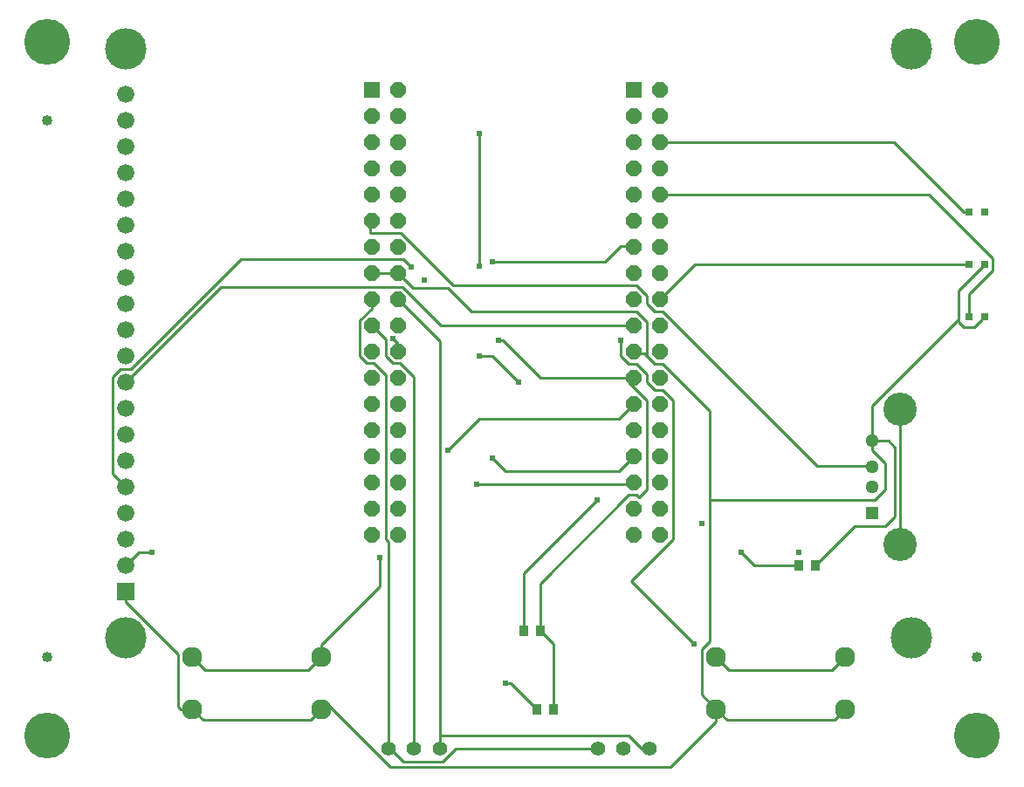
<source format=gbr>
G04 EAGLE Gerber RS-274X export*
G75*
%MOMM*%
%FSLAX34Y34*%
%LPD*%
%INTop Copper*%
%IPPOS*%
%AMOC8*
5,1,8,0,0,1.08239X$1,22.5*%
G01*
%ADD10R,0.800000X0.800000*%
%ADD11C,1.016000*%
%ADD12C,4.445000*%
%ADD13C,1.400000*%
%ADD14R,0.949959X1.031241*%
%ADD15R,1.676400X1.676400*%
%ADD16C,1.676400*%
%ADD17C,4.016000*%
%ADD18C,1.960000*%
%ADD19R,1.524000X1.524000*%
%ADD20P,1.649562X8X292.500000*%
%ADD21R,1.288000X1.288000*%
%ADD22C,1.288000*%
%ADD23C,3.220000*%
%ADD24C,0.254000*%
%ADD25C,0.609600*%


D10*
X932300Y495300D03*
X947300Y495300D03*
X932300Y444500D03*
X947300Y444500D03*
X932300Y546100D03*
X947300Y546100D03*
D11*
X38100Y635000D03*
X38100Y114300D03*
X939800Y114300D03*
D12*
X939800Y711200D03*
X38100Y711200D03*
X38100Y38100D03*
X939800Y38100D03*
D13*
X418700Y25400D03*
X393700Y25400D03*
X368700Y25400D03*
X621900Y25400D03*
X596900Y25400D03*
X571900Y25400D03*
D14*
X766699Y203200D03*
X782701Y203200D03*
X512699Y63500D03*
X528701Y63500D03*
X499999Y139700D03*
X516001Y139700D03*
D15*
X114300Y177800D03*
D16*
X114300Y203200D03*
X114300Y228600D03*
X114300Y254000D03*
X114300Y279400D03*
X114300Y304800D03*
X114300Y330200D03*
X114300Y355600D03*
X114300Y381000D03*
X114300Y406400D03*
X114300Y431800D03*
X114300Y457200D03*
X114300Y482600D03*
X114300Y508000D03*
X114300Y533400D03*
X114300Y558800D03*
X114300Y584200D03*
X114300Y609600D03*
X114300Y635000D03*
X114300Y660400D03*
D17*
X114300Y133350D03*
X114300Y704850D03*
X876300Y133350D03*
X876300Y704850D03*
D18*
X686800Y113900D03*
X686800Y63900D03*
X811800Y63900D03*
X811800Y113900D03*
X178800Y113900D03*
X178800Y63900D03*
X303800Y63900D03*
X303800Y113900D03*
D19*
X352800Y664800D03*
D20*
X378200Y664800D03*
X352800Y639400D03*
X378200Y639400D03*
X352800Y614000D03*
X378200Y614000D03*
X352800Y588600D03*
X378200Y588600D03*
X352800Y563200D03*
X378200Y563200D03*
X352800Y537800D03*
X378200Y537800D03*
X352800Y512400D03*
X378200Y512400D03*
X352800Y487000D03*
X378200Y487000D03*
X352800Y461600D03*
X378200Y461600D03*
X352800Y436200D03*
X378200Y436200D03*
X352800Y410800D03*
X378200Y410800D03*
X352800Y385400D03*
X378200Y385400D03*
X352800Y360000D03*
X378200Y360000D03*
X352800Y334600D03*
X378200Y334600D03*
X352800Y309200D03*
X378200Y309200D03*
X352800Y283800D03*
X378200Y283800D03*
X352800Y258400D03*
X378200Y258400D03*
X352800Y233000D03*
X378200Y233000D03*
D19*
X606800Y664800D03*
D20*
X632200Y664800D03*
X606800Y639400D03*
X632200Y639400D03*
X606800Y614000D03*
X632200Y614000D03*
X606800Y588600D03*
X632200Y588600D03*
X606800Y563200D03*
X632200Y563200D03*
X606800Y537800D03*
X632200Y537800D03*
X606800Y512400D03*
X632200Y512400D03*
X606800Y487000D03*
X632200Y487000D03*
X606800Y461600D03*
X632200Y461600D03*
X606800Y436200D03*
X632200Y436200D03*
X606800Y410800D03*
X632200Y410800D03*
X606800Y385400D03*
X632200Y385400D03*
X606800Y360000D03*
X632200Y360000D03*
X606800Y334600D03*
X632200Y334600D03*
X606800Y309200D03*
X632200Y309200D03*
X606800Y283800D03*
X632200Y283800D03*
X606800Y258400D03*
X632200Y258400D03*
X606800Y233000D03*
X632200Y233000D03*
D21*
X838200Y254000D03*
D22*
X838200Y279000D03*
X838200Y299000D03*
X838200Y324000D03*
D23*
X865300Y223300D03*
X865300Y354700D03*
D24*
X114300Y177800D02*
X114300Y167640D01*
X165100Y116840D01*
X165100Y66040D01*
X167240Y63900D02*
X178800Y63900D01*
X167240Y63900D02*
X165100Y66040D01*
X178800Y63900D02*
X189360Y53340D01*
X293240Y53340D02*
X303800Y63900D01*
X293240Y53340D02*
X189360Y53340D01*
X944880Y441960D02*
X944880Y444500D01*
X944880Y441960D02*
X937260Y434340D01*
X927100Y434340D01*
X922020Y439420D01*
X922020Y441960D02*
X922020Y469900D01*
X922020Y441960D02*
X922020Y439420D01*
X922020Y469900D02*
X947420Y495300D01*
X947300Y444500D02*
X944880Y444500D01*
X947300Y495300D02*
X947420Y495300D01*
X838200Y358140D02*
X838200Y324000D01*
X838200Y358140D02*
X922020Y441960D01*
X378200Y487000D02*
X352800Y487000D01*
X680720Y266700D02*
X680720Y129540D01*
X680720Y266700D02*
X680720Y353060D01*
X680720Y129540D02*
X673100Y121920D01*
X673100Y77600D01*
X686800Y63900D01*
X801240Y53340D02*
X811800Y63900D01*
X697360Y53340D02*
X686800Y63900D01*
X697360Y53340D02*
X801240Y53340D01*
X617220Y408940D02*
X606800Y408940D01*
X619760Y406400D02*
X627380Y398780D01*
X619760Y406400D02*
X617220Y408940D01*
X627380Y398780D02*
X635000Y398780D01*
X680720Y353060D01*
X606800Y408940D02*
X606800Y410800D01*
X392760Y472440D02*
X378200Y487000D01*
X392760Y472440D02*
X426720Y472440D01*
X449580Y449580D01*
X609600Y449580D01*
X619760Y439420D01*
X619760Y406400D01*
X838200Y324000D02*
X838200Y314960D01*
X850900Y302260D01*
X850900Y276860D01*
X840740Y266700D01*
X680720Y266700D01*
X309180Y69280D02*
X303800Y63900D01*
X309180Y69280D02*
X370840Y7620D01*
X642620Y7620D01*
X686800Y51800D02*
X686800Y63900D01*
X686800Y51800D02*
X642620Y7620D01*
D25*
X373628Y422992D03*
D24*
X378200Y418420D01*
X378200Y410800D01*
X782701Y203200D02*
X820801Y241300D01*
X850900Y241300D01*
X860220Y250620D01*
X860220Y317500D01*
X853720Y324000D01*
X838200Y324000D01*
X482600Y294640D02*
X469900Y307340D01*
X482600Y294640D02*
X592240Y294640D01*
X606800Y309200D01*
D25*
X469900Y307340D03*
D24*
X383540Y500380D02*
X226060Y500380D01*
X119380Y393700D01*
X109220Y393700D01*
X101600Y386080D01*
X101600Y292100D01*
X114300Y279400D01*
D25*
X391160Y492760D03*
X495300Y381000D03*
D24*
X469900Y406400D01*
X457200Y406400D01*
D25*
X457200Y406400D03*
X403860Y480060D03*
D24*
X391160Y492760D02*
X383540Y500380D01*
X457200Y345440D02*
X592240Y345440D01*
X457200Y345440D02*
X426720Y314960D01*
X592240Y345440D02*
X606800Y360000D01*
D25*
X426720Y314960D03*
D24*
X454660Y281940D02*
X604940Y281940D01*
X606800Y283800D01*
D25*
X454660Y281940D03*
D24*
X418700Y38100D02*
X418700Y25400D01*
X418700Y38100D02*
X418700Y421100D01*
X378200Y461600D01*
X614680Y25400D02*
X621900Y25400D01*
X614680Y25400D02*
X601980Y38100D01*
X418700Y38100D01*
X373466Y399370D02*
X366770Y406066D01*
X366770Y422230D02*
X352800Y436200D01*
X366770Y422230D02*
X366770Y406066D01*
X393700Y386065D02*
X393700Y25400D01*
X393700Y386065D02*
X380395Y399370D01*
X373466Y399370D01*
X419765Y436200D02*
X606800Y436200D01*
X419765Y436200D02*
X382935Y473030D01*
X206330Y473030D02*
X114300Y381000D01*
X206330Y473030D02*
X382935Y473030D01*
X784860Y299720D02*
X838200Y299720D01*
X784860Y299720D02*
X635000Y449580D01*
X627380Y449580D01*
X619760Y457200D01*
X619760Y464820D01*
X609600Y474980D01*
X431800Y474980D01*
X381000Y525780D01*
X351200Y525780D01*
X351200Y536200D02*
X352800Y537800D01*
X351200Y536200D02*
X351200Y525780D01*
X838200Y299720D02*
X838200Y299000D01*
X932300Y495300D02*
X665900Y495300D01*
X632200Y461600D01*
X955110Y489722D02*
X955110Y500878D01*
X892788Y563200D01*
X632200Y563200D01*
X932300Y466912D02*
X932300Y444500D01*
X932300Y466912D02*
X955110Y489722D01*
X932300Y546100D02*
X927100Y546100D01*
X859200Y614000D02*
X632200Y614000D01*
X859200Y614000D02*
X927100Y546100D01*
X604520Y187960D02*
X665480Y127000D01*
X594360Y406400D02*
X594360Y421640D01*
X594360Y406400D02*
X601980Y398780D01*
X609600Y398780D01*
X619760Y388620D01*
X619760Y381000D01*
X627380Y373380D01*
X635000Y373380D01*
X645160Y363220D01*
X645160Y228600D01*
X604520Y187960D01*
X799500Y101600D02*
X811800Y113900D01*
X699100Y101600D02*
X686800Y113900D01*
X699100Y101600D02*
X799500Y101600D01*
D25*
X665480Y127000D03*
X594360Y421640D03*
X457200Y622300D03*
X457200Y493522D03*
X571500Y266700D03*
D24*
X499999Y195199D01*
X499999Y139700D01*
X457200Y493522D02*
X457200Y622300D01*
X127000Y215900D02*
X114300Y203200D01*
X127000Y215900D02*
X139700Y215900D01*
D25*
X139700Y215900D03*
D24*
X516001Y185801D02*
X516001Y139700D01*
X516001Y185801D02*
X601980Y271780D01*
X609600Y271780D01*
X612140Y269240D01*
X516001Y139700D02*
X528701Y127000D01*
X528701Y63500D01*
X602190Y380790D02*
X606800Y385400D01*
X602190Y380790D02*
X619760Y363220D01*
X619760Y276860D01*
X612140Y269240D01*
X606800Y385400D02*
X516300Y385400D01*
X480060Y421640D02*
X475742Y421640D01*
X480060Y421640D02*
X516300Y385400D01*
D25*
X475742Y421640D03*
D24*
X360680Y210820D02*
X360680Y182880D01*
X303800Y126000D02*
X303800Y113900D01*
X303800Y126000D02*
X360680Y182880D01*
X191100Y101600D02*
X178800Y113900D01*
X291500Y101600D02*
X303800Y113900D01*
X291500Y101600D02*
X191100Y101600D01*
D25*
X360680Y210820D03*
X482600Y88900D03*
D24*
X487299Y88900D01*
X512699Y63500D01*
X469900Y497840D02*
X579120Y497840D01*
X606380Y512820D02*
X606800Y512400D01*
X606380Y512820D02*
X594100Y512820D01*
X579120Y497840D01*
D25*
X469900Y497840D03*
D24*
X368700Y226336D02*
X368700Y25400D01*
X368700Y226336D02*
X366770Y228266D01*
X348066Y399370D02*
X341370Y406066D01*
X354995Y399370D02*
X366770Y387595D01*
X354995Y399370D02*
X348066Y399370D01*
X366770Y387595D02*
X366770Y228266D01*
X341370Y406066D02*
X341370Y440935D01*
X352800Y452365D02*
X352800Y461600D01*
X352800Y452365D02*
X341370Y440935D01*
X434340Y25400D02*
X571900Y25400D01*
X434340Y25400D02*
X421640Y12700D01*
X383540Y12700D01*
X370840Y25400D01*
X368700Y25400D01*
X865300Y223300D02*
X865300Y354700D01*
D25*
X673100Y243840D03*
X766699Y215900D03*
X711200Y215900D03*
D24*
X723900Y203200D01*
X766699Y203200D01*
M02*

</source>
